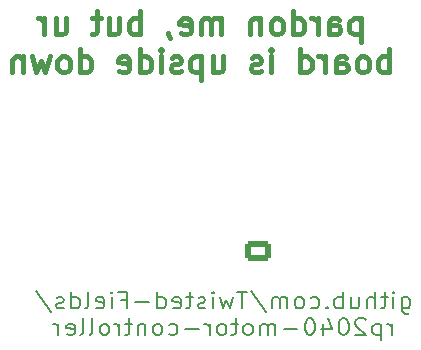
<source format=gbo>
G04 #@! TF.GenerationSoftware,KiCad,Pcbnew,6.0.2+dfsg-1*
G04 #@! TF.CreationDate,2023-01-06T20:52:01-08:00*
G04 #@! TF.ProjectId,RP2040_debugger,52503230-3430-45f6-9465-627567676572,REV1*
G04 #@! TF.SameCoordinates,Original*
G04 #@! TF.FileFunction,Legend,Bot*
G04 #@! TF.FilePolarity,Positive*
%FSLAX46Y46*%
G04 Gerber Fmt 4.6, Leading zero omitted, Abs format (unit mm)*
G04 Created by KiCad (PCBNEW 6.0.2+dfsg-1) date 2023-01-06 20:52:01*
%MOMM*%
%LPD*%
G01*
G04 APERTURE LIST*
G04 Aperture macros list*
%AMRoundRect*
0 Rectangle with rounded corners*
0 $1 Rounding radius*
0 $2 $3 $4 $5 $6 $7 $8 $9 X,Y pos of 4 corners*
0 Add a 4 corners polygon primitive as box body*
4,1,4,$2,$3,$4,$5,$6,$7,$8,$9,$2,$3,0*
0 Add four circle primitives for the rounded corners*
1,1,$1+$1,$2,$3*
1,1,$1+$1,$4,$5*
1,1,$1+$1,$6,$7*
1,1,$1+$1,$8,$9*
0 Add four rect primitives between the rounded corners*
20,1,$1+$1,$2,$3,$4,$5,0*
20,1,$1+$1,$4,$5,$6,$7,0*
20,1,$1+$1,$6,$7,$8,$9,0*
20,1,$1+$1,$8,$9,$2,$3,0*%
G04 Aperture macros list end*
%ADD10C,0.200000*%
%ADD11C,0.400000*%
%ADD12C,3.900000*%
%ADD13R,1.700000X1.700000*%
%ADD14O,1.700000X1.700000*%
%ADD15RoundRect,0.250000X0.845000X-0.620000X0.845000X0.620000X-0.845000X0.620000X-0.845000X-0.620000X0*%
%ADD16O,2.190000X1.740000*%
%ADD17C,0.650000*%
%ADD18O,1.000000X2.100000*%
%ADD19O,1.000000X1.600000*%
G04 APERTURE END LIST*
D10*
X119021428Y-88573000D02*
X119021428Y-89706333D01*
X119092857Y-89839666D01*
X119164285Y-89906333D01*
X119307142Y-89973000D01*
X119521428Y-89973000D01*
X119664285Y-89906333D01*
X119021428Y-89439666D02*
X119164285Y-89506333D01*
X119450000Y-89506333D01*
X119592857Y-89439666D01*
X119664285Y-89373000D01*
X119735714Y-89239666D01*
X119735714Y-88839666D01*
X119664285Y-88706333D01*
X119592857Y-88639666D01*
X119450000Y-88573000D01*
X119164285Y-88573000D01*
X119021428Y-88639666D01*
X118307142Y-89506333D02*
X118307142Y-88573000D01*
X118307142Y-88106333D02*
X118378571Y-88173000D01*
X118307142Y-88239666D01*
X118235714Y-88173000D01*
X118307142Y-88106333D01*
X118307142Y-88239666D01*
X117807142Y-88573000D02*
X117235714Y-88573000D01*
X117592857Y-88106333D02*
X117592857Y-89306333D01*
X117521428Y-89439666D01*
X117378571Y-89506333D01*
X117235714Y-89506333D01*
X116735714Y-89506333D02*
X116735714Y-88106333D01*
X116092857Y-89506333D02*
X116092857Y-88773000D01*
X116164285Y-88639666D01*
X116307142Y-88573000D01*
X116521428Y-88573000D01*
X116664285Y-88639666D01*
X116735714Y-88706333D01*
X114735714Y-88573000D02*
X114735714Y-89506333D01*
X115378571Y-88573000D02*
X115378571Y-89306333D01*
X115307142Y-89439666D01*
X115164285Y-89506333D01*
X114950000Y-89506333D01*
X114807142Y-89439666D01*
X114735714Y-89373000D01*
X114021428Y-89506333D02*
X114021428Y-88106333D01*
X114021428Y-88639666D02*
X113878571Y-88573000D01*
X113592857Y-88573000D01*
X113450000Y-88639666D01*
X113378571Y-88706333D01*
X113307142Y-88839666D01*
X113307142Y-89239666D01*
X113378571Y-89373000D01*
X113450000Y-89439666D01*
X113592857Y-89506333D01*
X113878571Y-89506333D01*
X114021428Y-89439666D01*
X112664285Y-89373000D02*
X112592857Y-89439666D01*
X112664285Y-89506333D01*
X112735714Y-89439666D01*
X112664285Y-89373000D01*
X112664285Y-89506333D01*
X111307142Y-89439666D02*
X111450000Y-89506333D01*
X111735714Y-89506333D01*
X111878571Y-89439666D01*
X111950000Y-89373000D01*
X112021428Y-89239666D01*
X112021428Y-88839666D01*
X111950000Y-88706333D01*
X111878571Y-88639666D01*
X111735714Y-88573000D01*
X111450000Y-88573000D01*
X111307142Y-88639666D01*
X110450000Y-89506333D02*
X110592857Y-89439666D01*
X110664285Y-89373000D01*
X110735714Y-89239666D01*
X110735714Y-88839666D01*
X110664285Y-88706333D01*
X110592857Y-88639666D01*
X110450000Y-88573000D01*
X110235714Y-88573000D01*
X110092857Y-88639666D01*
X110021428Y-88706333D01*
X109950000Y-88839666D01*
X109950000Y-89239666D01*
X110021428Y-89373000D01*
X110092857Y-89439666D01*
X110235714Y-89506333D01*
X110450000Y-89506333D01*
X109307142Y-89506333D02*
X109307142Y-88573000D01*
X109307142Y-88706333D02*
X109235714Y-88639666D01*
X109092857Y-88573000D01*
X108878571Y-88573000D01*
X108735714Y-88639666D01*
X108664285Y-88773000D01*
X108664285Y-89506333D01*
X108664285Y-88773000D02*
X108592857Y-88639666D01*
X108450000Y-88573000D01*
X108235714Y-88573000D01*
X108092857Y-88639666D01*
X108021428Y-88773000D01*
X108021428Y-89506333D01*
X106235714Y-88039666D02*
X107521428Y-89839666D01*
X105950000Y-88106333D02*
X105092857Y-88106333D01*
X105521428Y-89506333D02*
X105521428Y-88106333D01*
X104735714Y-88573000D02*
X104450000Y-89506333D01*
X104164285Y-88839666D01*
X103878571Y-89506333D01*
X103592857Y-88573000D01*
X103021428Y-89506333D02*
X103021428Y-88573000D01*
X103021428Y-88106333D02*
X103092857Y-88173000D01*
X103021428Y-88239666D01*
X102950000Y-88173000D01*
X103021428Y-88106333D01*
X103021428Y-88239666D01*
X102378571Y-89439666D02*
X102235714Y-89506333D01*
X101950000Y-89506333D01*
X101807142Y-89439666D01*
X101735714Y-89306333D01*
X101735714Y-89239666D01*
X101807142Y-89106333D01*
X101950000Y-89039666D01*
X102164285Y-89039666D01*
X102307142Y-88973000D01*
X102378571Y-88839666D01*
X102378571Y-88773000D01*
X102307142Y-88639666D01*
X102164285Y-88573000D01*
X101950000Y-88573000D01*
X101807142Y-88639666D01*
X101307142Y-88573000D02*
X100735714Y-88573000D01*
X101092857Y-88106333D02*
X101092857Y-89306333D01*
X101021428Y-89439666D01*
X100878571Y-89506333D01*
X100735714Y-89506333D01*
X99664285Y-89439666D02*
X99807142Y-89506333D01*
X100092857Y-89506333D01*
X100235714Y-89439666D01*
X100307142Y-89306333D01*
X100307142Y-88773000D01*
X100235714Y-88639666D01*
X100092857Y-88573000D01*
X99807142Y-88573000D01*
X99664285Y-88639666D01*
X99592857Y-88773000D01*
X99592857Y-88906333D01*
X100307142Y-89039666D01*
X98307142Y-89506333D02*
X98307142Y-88106333D01*
X98307142Y-89439666D02*
X98450000Y-89506333D01*
X98735714Y-89506333D01*
X98878571Y-89439666D01*
X98950000Y-89373000D01*
X99021428Y-89239666D01*
X99021428Y-88839666D01*
X98950000Y-88706333D01*
X98878571Y-88639666D01*
X98735714Y-88573000D01*
X98450000Y-88573000D01*
X98307142Y-88639666D01*
X97592857Y-88973000D02*
X96450000Y-88973000D01*
X95235714Y-88773000D02*
X95735714Y-88773000D01*
X95735714Y-89506333D02*
X95735714Y-88106333D01*
X95021428Y-88106333D01*
X94450000Y-89506333D02*
X94450000Y-88573000D01*
X94450000Y-88106333D02*
X94521428Y-88173000D01*
X94450000Y-88239666D01*
X94378571Y-88173000D01*
X94450000Y-88106333D01*
X94450000Y-88239666D01*
X93164285Y-89439666D02*
X93307142Y-89506333D01*
X93592857Y-89506333D01*
X93735714Y-89439666D01*
X93807142Y-89306333D01*
X93807142Y-88773000D01*
X93735714Y-88639666D01*
X93592857Y-88573000D01*
X93307142Y-88573000D01*
X93164285Y-88639666D01*
X93092857Y-88773000D01*
X93092857Y-88906333D01*
X93807142Y-89039666D01*
X92235714Y-89506333D02*
X92378571Y-89439666D01*
X92450000Y-89306333D01*
X92450000Y-88106333D01*
X91021428Y-89506333D02*
X91021428Y-88106333D01*
X91021428Y-89439666D02*
X91164285Y-89506333D01*
X91450000Y-89506333D01*
X91592857Y-89439666D01*
X91664285Y-89373000D01*
X91735714Y-89239666D01*
X91735714Y-88839666D01*
X91664285Y-88706333D01*
X91592857Y-88639666D01*
X91450000Y-88573000D01*
X91164285Y-88573000D01*
X91021428Y-88639666D01*
X90378571Y-89439666D02*
X90235714Y-89506333D01*
X89950000Y-89506333D01*
X89807142Y-89439666D01*
X89735714Y-89306333D01*
X89735714Y-89239666D01*
X89807142Y-89106333D01*
X89950000Y-89039666D01*
X90164285Y-89039666D01*
X90307142Y-88973000D01*
X90378571Y-88839666D01*
X90378571Y-88773000D01*
X90307142Y-88639666D01*
X90164285Y-88573000D01*
X89950000Y-88573000D01*
X89807142Y-88639666D01*
X88021428Y-88039666D02*
X89307142Y-89839666D01*
X118164285Y-91760333D02*
X118164285Y-90827000D01*
X118164285Y-91093666D02*
X118092857Y-90960333D01*
X118021428Y-90893666D01*
X117878571Y-90827000D01*
X117735714Y-90827000D01*
X117235714Y-90827000D02*
X117235714Y-92227000D01*
X117235714Y-90893666D02*
X117092857Y-90827000D01*
X116807142Y-90827000D01*
X116664285Y-90893666D01*
X116592857Y-90960333D01*
X116521428Y-91093666D01*
X116521428Y-91493666D01*
X116592857Y-91627000D01*
X116664285Y-91693666D01*
X116807142Y-91760333D01*
X117092857Y-91760333D01*
X117235714Y-91693666D01*
X115950000Y-90493666D02*
X115878571Y-90427000D01*
X115735714Y-90360333D01*
X115378571Y-90360333D01*
X115235714Y-90427000D01*
X115164285Y-90493666D01*
X115092857Y-90627000D01*
X115092857Y-90760333D01*
X115164285Y-90960333D01*
X116021428Y-91760333D01*
X115092857Y-91760333D01*
X114164285Y-90360333D02*
X114021428Y-90360333D01*
X113878571Y-90427000D01*
X113807142Y-90493666D01*
X113735714Y-90627000D01*
X113664285Y-90893666D01*
X113664285Y-91227000D01*
X113735714Y-91493666D01*
X113807142Y-91627000D01*
X113878571Y-91693666D01*
X114021428Y-91760333D01*
X114164285Y-91760333D01*
X114307142Y-91693666D01*
X114378571Y-91627000D01*
X114450000Y-91493666D01*
X114521428Y-91227000D01*
X114521428Y-90893666D01*
X114450000Y-90627000D01*
X114378571Y-90493666D01*
X114307142Y-90427000D01*
X114164285Y-90360333D01*
X112378571Y-90827000D02*
X112378571Y-91760333D01*
X112735714Y-90293666D02*
X113092857Y-91293666D01*
X112164285Y-91293666D01*
X111307142Y-90360333D02*
X111164285Y-90360333D01*
X111021428Y-90427000D01*
X110950000Y-90493666D01*
X110878571Y-90627000D01*
X110807142Y-90893666D01*
X110807142Y-91227000D01*
X110878571Y-91493666D01*
X110950000Y-91627000D01*
X111021428Y-91693666D01*
X111164285Y-91760333D01*
X111307142Y-91760333D01*
X111450000Y-91693666D01*
X111521428Y-91627000D01*
X111592857Y-91493666D01*
X111664285Y-91227000D01*
X111664285Y-90893666D01*
X111592857Y-90627000D01*
X111521428Y-90493666D01*
X111450000Y-90427000D01*
X111307142Y-90360333D01*
X110164285Y-91227000D02*
X109021428Y-91227000D01*
X108307142Y-91760333D02*
X108307142Y-90827000D01*
X108307142Y-90960333D02*
X108235714Y-90893666D01*
X108092857Y-90827000D01*
X107878571Y-90827000D01*
X107735714Y-90893666D01*
X107664285Y-91027000D01*
X107664285Y-91760333D01*
X107664285Y-91027000D02*
X107592857Y-90893666D01*
X107450000Y-90827000D01*
X107235714Y-90827000D01*
X107092857Y-90893666D01*
X107021428Y-91027000D01*
X107021428Y-91760333D01*
X106092857Y-91760333D02*
X106235714Y-91693666D01*
X106307142Y-91627000D01*
X106378571Y-91493666D01*
X106378571Y-91093666D01*
X106307142Y-90960333D01*
X106235714Y-90893666D01*
X106092857Y-90827000D01*
X105878571Y-90827000D01*
X105735714Y-90893666D01*
X105664285Y-90960333D01*
X105592857Y-91093666D01*
X105592857Y-91493666D01*
X105664285Y-91627000D01*
X105735714Y-91693666D01*
X105878571Y-91760333D01*
X106092857Y-91760333D01*
X105164285Y-90827000D02*
X104592857Y-90827000D01*
X104950000Y-90360333D02*
X104950000Y-91560333D01*
X104878571Y-91693666D01*
X104735714Y-91760333D01*
X104592857Y-91760333D01*
X103878571Y-91760333D02*
X104021428Y-91693666D01*
X104092857Y-91627000D01*
X104164285Y-91493666D01*
X104164285Y-91093666D01*
X104092857Y-90960333D01*
X104021428Y-90893666D01*
X103878571Y-90827000D01*
X103664285Y-90827000D01*
X103521428Y-90893666D01*
X103450000Y-90960333D01*
X103378571Y-91093666D01*
X103378571Y-91493666D01*
X103450000Y-91627000D01*
X103521428Y-91693666D01*
X103664285Y-91760333D01*
X103878571Y-91760333D01*
X102735714Y-91760333D02*
X102735714Y-90827000D01*
X102735714Y-91093666D02*
X102664285Y-90960333D01*
X102592857Y-90893666D01*
X102450000Y-90827000D01*
X102307142Y-90827000D01*
X101807142Y-91227000D02*
X100664285Y-91227000D01*
X99307142Y-91693666D02*
X99450000Y-91760333D01*
X99735714Y-91760333D01*
X99878571Y-91693666D01*
X99950000Y-91627000D01*
X100021428Y-91493666D01*
X100021428Y-91093666D01*
X99950000Y-90960333D01*
X99878571Y-90893666D01*
X99735714Y-90827000D01*
X99450000Y-90827000D01*
X99307142Y-90893666D01*
X98450000Y-91760333D02*
X98592857Y-91693666D01*
X98664285Y-91627000D01*
X98735714Y-91493666D01*
X98735714Y-91093666D01*
X98664285Y-90960333D01*
X98592857Y-90893666D01*
X98450000Y-90827000D01*
X98235714Y-90827000D01*
X98092857Y-90893666D01*
X98021428Y-90960333D01*
X97950000Y-91093666D01*
X97950000Y-91493666D01*
X98021428Y-91627000D01*
X98092857Y-91693666D01*
X98235714Y-91760333D01*
X98450000Y-91760333D01*
X97307142Y-90827000D02*
X97307142Y-91760333D01*
X97307142Y-90960333D02*
X97235714Y-90893666D01*
X97092857Y-90827000D01*
X96878571Y-90827000D01*
X96735714Y-90893666D01*
X96664285Y-91027000D01*
X96664285Y-91760333D01*
X96164285Y-90827000D02*
X95592857Y-90827000D01*
X95950000Y-90360333D02*
X95950000Y-91560333D01*
X95878571Y-91693666D01*
X95735714Y-91760333D01*
X95592857Y-91760333D01*
X95092857Y-91760333D02*
X95092857Y-90827000D01*
X95092857Y-91093666D02*
X95021428Y-90960333D01*
X94950000Y-90893666D01*
X94807142Y-90827000D01*
X94664285Y-90827000D01*
X93950000Y-91760333D02*
X94092857Y-91693666D01*
X94164285Y-91627000D01*
X94235714Y-91493666D01*
X94235714Y-91093666D01*
X94164285Y-90960333D01*
X94092857Y-90893666D01*
X93950000Y-90827000D01*
X93735714Y-90827000D01*
X93592857Y-90893666D01*
X93521428Y-90960333D01*
X93450000Y-91093666D01*
X93450000Y-91493666D01*
X93521428Y-91627000D01*
X93592857Y-91693666D01*
X93735714Y-91760333D01*
X93950000Y-91760333D01*
X92592857Y-91760333D02*
X92735714Y-91693666D01*
X92807142Y-91560333D01*
X92807142Y-90360333D01*
X91807142Y-91760333D02*
X91950000Y-91693666D01*
X92021428Y-91560333D01*
X92021428Y-90360333D01*
X90664285Y-91693666D02*
X90807142Y-91760333D01*
X91092857Y-91760333D01*
X91235714Y-91693666D01*
X91307142Y-91560333D01*
X91307142Y-91027000D01*
X91235714Y-90893666D01*
X91092857Y-90827000D01*
X90807142Y-90827000D01*
X90664285Y-90893666D01*
X90592857Y-91027000D01*
X90592857Y-91160333D01*
X91307142Y-91293666D01*
X89950000Y-91760333D02*
X89950000Y-90827000D01*
X89950000Y-91093666D02*
X89878571Y-90960333D01*
X89807142Y-90893666D01*
X89664285Y-90827000D01*
X89521428Y-90827000D01*
D11*
X115523809Y-64961428D02*
X115523809Y-66961428D01*
X115523809Y-65056666D02*
X115333333Y-64961428D01*
X114952380Y-64961428D01*
X114761904Y-65056666D01*
X114666666Y-65151904D01*
X114571428Y-65342380D01*
X114571428Y-65913809D01*
X114666666Y-66104285D01*
X114761904Y-66199523D01*
X114952380Y-66294761D01*
X115333333Y-66294761D01*
X115523809Y-66199523D01*
X112857142Y-66294761D02*
X112857142Y-65247142D01*
X112952380Y-65056666D01*
X113142857Y-64961428D01*
X113523809Y-64961428D01*
X113714285Y-65056666D01*
X112857142Y-66199523D02*
X113047619Y-66294761D01*
X113523809Y-66294761D01*
X113714285Y-66199523D01*
X113809523Y-66009047D01*
X113809523Y-65818571D01*
X113714285Y-65628095D01*
X113523809Y-65532857D01*
X113047619Y-65532857D01*
X112857142Y-65437619D01*
X111904761Y-66294761D02*
X111904761Y-64961428D01*
X111904761Y-65342380D02*
X111809523Y-65151904D01*
X111714285Y-65056666D01*
X111523809Y-64961428D01*
X111333333Y-64961428D01*
X109809523Y-66294761D02*
X109809523Y-64294761D01*
X109809523Y-66199523D02*
X110000000Y-66294761D01*
X110380952Y-66294761D01*
X110571428Y-66199523D01*
X110666666Y-66104285D01*
X110761904Y-65913809D01*
X110761904Y-65342380D01*
X110666666Y-65151904D01*
X110571428Y-65056666D01*
X110380952Y-64961428D01*
X110000000Y-64961428D01*
X109809523Y-65056666D01*
X108571428Y-66294761D02*
X108761904Y-66199523D01*
X108857142Y-66104285D01*
X108952380Y-65913809D01*
X108952380Y-65342380D01*
X108857142Y-65151904D01*
X108761904Y-65056666D01*
X108571428Y-64961428D01*
X108285714Y-64961428D01*
X108095238Y-65056666D01*
X108000000Y-65151904D01*
X107904761Y-65342380D01*
X107904761Y-65913809D01*
X108000000Y-66104285D01*
X108095238Y-66199523D01*
X108285714Y-66294761D01*
X108571428Y-66294761D01*
X107047619Y-64961428D02*
X107047619Y-66294761D01*
X107047619Y-65151904D02*
X106952380Y-65056666D01*
X106761904Y-64961428D01*
X106476190Y-64961428D01*
X106285714Y-65056666D01*
X106190476Y-65247142D01*
X106190476Y-66294761D01*
X103714285Y-66294761D02*
X103714285Y-64961428D01*
X103714285Y-65151904D02*
X103619047Y-65056666D01*
X103428571Y-64961428D01*
X103142857Y-64961428D01*
X102952380Y-65056666D01*
X102857142Y-65247142D01*
X102857142Y-66294761D01*
X102857142Y-65247142D02*
X102761904Y-65056666D01*
X102571428Y-64961428D01*
X102285714Y-64961428D01*
X102095238Y-65056666D01*
X102000000Y-65247142D01*
X102000000Y-66294761D01*
X100285714Y-66199523D02*
X100476190Y-66294761D01*
X100857142Y-66294761D01*
X101047619Y-66199523D01*
X101142857Y-66009047D01*
X101142857Y-65247142D01*
X101047619Y-65056666D01*
X100857142Y-64961428D01*
X100476190Y-64961428D01*
X100285714Y-65056666D01*
X100190476Y-65247142D01*
X100190476Y-65437619D01*
X101142857Y-65628095D01*
X99238095Y-66199523D02*
X99238095Y-66294761D01*
X99333333Y-66485238D01*
X99428571Y-66580476D01*
X96857142Y-66294761D02*
X96857142Y-64294761D01*
X96857142Y-65056666D02*
X96666666Y-64961428D01*
X96285714Y-64961428D01*
X96095238Y-65056666D01*
X96000000Y-65151904D01*
X95904761Y-65342380D01*
X95904761Y-65913809D01*
X96000000Y-66104285D01*
X96095238Y-66199523D01*
X96285714Y-66294761D01*
X96666666Y-66294761D01*
X96857142Y-66199523D01*
X94190476Y-64961428D02*
X94190476Y-66294761D01*
X95047619Y-64961428D02*
X95047619Y-66009047D01*
X94952380Y-66199523D01*
X94761904Y-66294761D01*
X94476190Y-66294761D01*
X94285714Y-66199523D01*
X94190476Y-66104285D01*
X93523809Y-64961428D02*
X92761904Y-64961428D01*
X93238095Y-64294761D02*
X93238095Y-66009047D01*
X93142857Y-66199523D01*
X92952380Y-66294761D01*
X92761904Y-66294761D01*
X89714285Y-64961428D02*
X89714285Y-66294761D01*
X90571428Y-64961428D02*
X90571428Y-66009047D01*
X90476190Y-66199523D01*
X90285714Y-66294761D01*
X90000000Y-66294761D01*
X89809523Y-66199523D01*
X89714285Y-66104285D01*
X88761904Y-66294761D02*
X88761904Y-64961428D01*
X88761904Y-65342380D02*
X88666666Y-65151904D01*
X88571428Y-65056666D01*
X88380952Y-64961428D01*
X88190476Y-64961428D01*
X117952380Y-69514761D02*
X117952380Y-67514761D01*
X117952380Y-68276666D02*
X117761904Y-68181428D01*
X117380952Y-68181428D01*
X117190476Y-68276666D01*
X117095238Y-68371904D01*
X117000000Y-68562380D01*
X117000000Y-69133809D01*
X117095238Y-69324285D01*
X117190476Y-69419523D01*
X117380952Y-69514761D01*
X117761904Y-69514761D01*
X117952380Y-69419523D01*
X115857142Y-69514761D02*
X116047619Y-69419523D01*
X116142857Y-69324285D01*
X116238095Y-69133809D01*
X116238095Y-68562380D01*
X116142857Y-68371904D01*
X116047619Y-68276666D01*
X115857142Y-68181428D01*
X115571428Y-68181428D01*
X115380952Y-68276666D01*
X115285714Y-68371904D01*
X115190476Y-68562380D01*
X115190476Y-69133809D01*
X115285714Y-69324285D01*
X115380952Y-69419523D01*
X115571428Y-69514761D01*
X115857142Y-69514761D01*
X113476190Y-69514761D02*
X113476190Y-68467142D01*
X113571428Y-68276666D01*
X113761904Y-68181428D01*
X114142857Y-68181428D01*
X114333333Y-68276666D01*
X113476190Y-69419523D02*
X113666666Y-69514761D01*
X114142857Y-69514761D01*
X114333333Y-69419523D01*
X114428571Y-69229047D01*
X114428571Y-69038571D01*
X114333333Y-68848095D01*
X114142857Y-68752857D01*
X113666666Y-68752857D01*
X113476190Y-68657619D01*
X112523809Y-69514761D02*
X112523809Y-68181428D01*
X112523809Y-68562380D02*
X112428571Y-68371904D01*
X112333333Y-68276666D01*
X112142857Y-68181428D01*
X111952380Y-68181428D01*
X110428571Y-69514761D02*
X110428571Y-67514761D01*
X110428571Y-69419523D02*
X110619047Y-69514761D01*
X111000000Y-69514761D01*
X111190476Y-69419523D01*
X111285714Y-69324285D01*
X111380952Y-69133809D01*
X111380952Y-68562380D01*
X111285714Y-68371904D01*
X111190476Y-68276666D01*
X111000000Y-68181428D01*
X110619047Y-68181428D01*
X110428571Y-68276666D01*
X107952380Y-69514761D02*
X107952380Y-68181428D01*
X107952380Y-67514761D02*
X108047619Y-67610000D01*
X107952380Y-67705238D01*
X107857142Y-67610000D01*
X107952380Y-67514761D01*
X107952380Y-67705238D01*
X107095238Y-69419523D02*
X106904761Y-69514761D01*
X106523809Y-69514761D01*
X106333333Y-69419523D01*
X106238095Y-69229047D01*
X106238095Y-69133809D01*
X106333333Y-68943333D01*
X106523809Y-68848095D01*
X106809523Y-68848095D01*
X107000000Y-68752857D01*
X107095238Y-68562380D01*
X107095238Y-68467142D01*
X107000000Y-68276666D01*
X106809523Y-68181428D01*
X106523809Y-68181428D01*
X106333333Y-68276666D01*
X103000000Y-68181428D02*
X103000000Y-69514761D01*
X103857142Y-68181428D02*
X103857142Y-69229047D01*
X103761904Y-69419523D01*
X103571428Y-69514761D01*
X103285714Y-69514761D01*
X103095238Y-69419523D01*
X103000000Y-69324285D01*
X102047619Y-68181428D02*
X102047619Y-70181428D01*
X102047619Y-68276666D02*
X101857142Y-68181428D01*
X101476190Y-68181428D01*
X101285714Y-68276666D01*
X101190476Y-68371904D01*
X101095238Y-68562380D01*
X101095238Y-69133809D01*
X101190476Y-69324285D01*
X101285714Y-69419523D01*
X101476190Y-69514761D01*
X101857142Y-69514761D01*
X102047619Y-69419523D01*
X100333333Y-69419523D02*
X100142857Y-69514761D01*
X99761904Y-69514761D01*
X99571428Y-69419523D01*
X99476190Y-69229047D01*
X99476190Y-69133809D01*
X99571428Y-68943333D01*
X99761904Y-68848095D01*
X100047619Y-68848095D01*
X100238095Y-68752857D01*
X100333333Y-68562380D01*
X100333333Y-68467142D01*
X100238095Y-68276666D01*
X100047619Y-68181428D01*
X99761904Y-68181428D01*
X99571428Y-68276666D01*
X98619047Y-69514761D02*
X98619047Y-68181428D01*
X98619047Y-67514761D02*
X98714285Y-67610000D01*
X98619047Y-67705238D01*
X98523809Y-67610000D01*
X98619047Y-67514761D01*
X98619047Y-67705238D01*
X96809523Y-69514761D02*
X96809523Y-67514761D01*
X96809523Y-69419523D02*
X97000000Y-69514761D01*
X97380952Y-69514761D01*
X97571428Y-69419523D01*
X97666666Y-69324285D01*
X97761904Y-69133809D01*
X97761904Y-68562380D01*
X97666666Y-68371904D01*
X97571428Y-68276666D01*
X97380952Y-68181428D01*
X97000000Y-68181428D01*
X96809523Y-68276666D01*
X95095238Y-69419523D02*
X95285714Y-69514761D01*
X95666666Y-69514761D01*
X95857142Y-69419523D01*
X95952380Y-69229047D01*
X95952380Y-68467142D01*
X95857142Y-68276666D01*
X95666666Y-68181428D01*
X95285714Y-68181428D01*
X95095238Y-68276666D01*
X95000000Y-68467142D01*
X95000000Y-68657619D01*
X95952380Y-68848095D01*
X91761904Y-69514761D02*
X91761904Y-67514761D01*
X91761904Y-69419523D02*
X91952380Y-69514761D01*
X92333333Y-69514761D01*
X92523809Y-69419523D01*
X92619047Y-69324285D01*
X92714285Y-69133809D01*
X92714285Y-68562380D01*
X92619047Y-68371904D01*
X92523809Y-68276666D01*
X92333333Y-68181428D01*
X91952380Y-68181428D01*
X91761904Y-68276666D01*
X90523809Y-69514761D02*
X90714285Y-69419523D01*
X90809523Y-69324285D01*
X90904761Y-69133809D01*
X90904761Y-68562380D01*
X90809523Y-68371904D01*
X90714285Y-68276666D01*
X90523809Y-68181428D01*
X90238095Y-68181428D01*
X90047619Y-68276666D01*
X89952380Y-68371904D01*
X89857142Y-68562380D01*
X89857142Y-69133809D01*
X89952380Y-69324285D01*
X90047619Y-69419523D01*
X90238095Y-69514761D01*
X90523809Y-69514761D01*
X89190476Y-68181428D02*
X88809523Y-69514761D01*
X88428571Y-68562380D01*
X88047619Y-69514761D01*
X87666666Y-68181428D01*
X86904761Y-68181428D02*
X86904761Y-69514761D01*
X86904761Y-68371904D02*
X86809523Y-68276666D01*
X86619047Y-68181428D01*
X86333333Y-68181428D01*
X86142857Y-68276666D01*
X86047619Y-68467142D01*
X86047619Y-69514761D01*
%LPC*%
D12*
X70000000Y-97000000D03*
D13*
X78500000Y-74500000D03*
D14*
X78500000Y-77040000D03*
X78500000Y-79580000D03*
X78500000Y-82120000D03*
X78500000Y-84660000D03*
X78500000Y-87200000D03*
X78500000Y-89740000D03*
X78500000Y-92280000D03*
X78500000Y-94820000D03*
X78500000Y-97360000D03*
D12*
X117000000Y-97000000D03*
X70000000Y-60000000D03*
D15*
X106832000Y-84636000D03*
D16*
X106832000Y-82096000D03*
X106832000Y-79556000D03*
X106832000Y-77016000D03*
X106832000Y-74476000D03*
X106832000Y-71936000D03*
D12*
X117000000Y-60000000D03*
D15*
X80000000Y-70750000D03*
D16*
X80000000Y-68210000D03*
X80000000Y-65670000D03*
X80000000Y-63130000D03*
X80000000Y-60590000D03*
X80000000Y-58050000D03*
D17*
X89540000Y-96795000D03*
X83760000Y-96795000D03*
D18*
X90970000Y-96295000D03*
X82330000Y-96295000D03*
D19*
X82330000Y-100475000D03*
X90970000Y-100475000D03*
M02*

</source>
